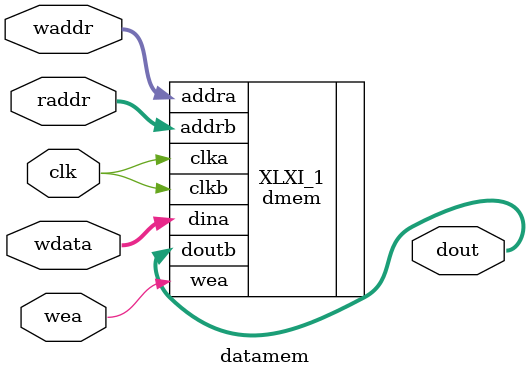
<source format=v>
`timescale 1ns / 1ps

module datamem(clk, 
               raddr, 
               waddr, 
               wdata, 
               wea, 
               dout);

    input clk;
    input [7:0] raddr;
    input [7:0] waddr;
    input [31:0] wdata;
    input wea;
   output [31:0] dout;
   
   
   dmem XLXI_1 (.addra(waddr[7:0]), 
                .addrb(raddr[7:0]), 
                .clka(clk), 
                .clkb(clk), 
                .dina(wdata[31:0]), 
                .wea(wea), 
                .doutb(dout[31:0]));
endmodule

</source>
